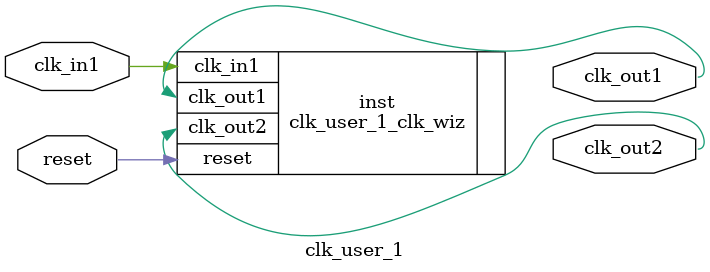
<source format=v>

module clk_user_1 
 (
  // Clock out ports
  output        clk_out1,
  output        clk_out2,
  // Status and control signals
  input         reset,
 // Clock in ports
  input         clk_in1
 );

  clk_user_1_clk_wiz inst
  (
  // Clock out ports  
  .clk_out1(clk_out1),
  .clk_out2(clk_out2),
  // Status and control signals               
  .reset(reset), 
 // Clock in ports
  .clk_in1(clk_in1)
  );

endmodule

</source>
